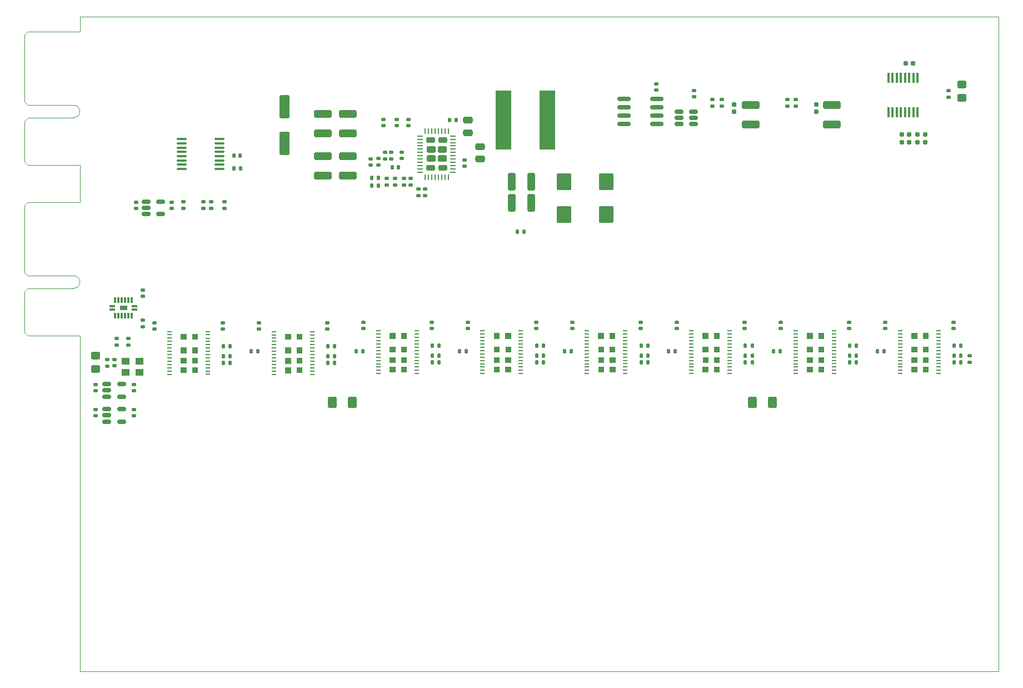
<source format=gbr>
%TF.GenerationSoftware,KiCad,Pcbnew,8.0.0*%
%TF.CreationDate,2024-03-29T21:32:46+01:00*%
%TF.ProjectId,EKO_Miner_BM1366,454b4f5f-4d69-46e6-9572-5f424d313336,rev?*%
%TF.SameCoordinates,Original*%
%TF.FileFunction,Paste,Top*%
%TF.FilePolarity,Positive*%
%FSLAX46Y46*%
G04 Gerber Fmt 4.6, Leading zero omitted, Abs format (unit mm)*
G04 Created by KiCad (PCBNEW 8.0.0) date 2024-03-29 21:32:46*
%MOMM*%
%LPD*%
G01*
G04 APERTURE LIST*
G04 Aperture macros list*
%AMRoundRect*
0 Rectangle with rounded corners*
0 $1 Rounding radius*
0 $2 $3 $4 $5 $6 $7 $8 $9 X,Y pos of 4 corners*
0 Add a 4 corners polygon primitive as box body*
4,1,4,$2,$3,$4,$5,$6,$7,$8,$9,$2,$3,0*
0 Add four circle primitives for the rounded corners*
1,1,$1+$1,$2,$3*
1,1,$1+$1,$4,$5*
1,1,$1+$1,$6,$7*
1,1,$1+$1,$8,$9*
0 Add four rect primitives between the rounded corners*
20,1,$1+$1,$2,$3,$4,$5,0*
20,1,$1+$1,$4,$5,$6,$7,0*
20,1,$1+$1,$6,$7,$8,$9,0*
20,1,$1+$1,$8,$9,$2,$3,0*%
G04 Aperture macros list end*
%ADD10C,0.001000*%
%ADD11C,0.010000*%
%ADD12RoundRect,0.250000X1.100000X-0.325000X1.100000X0.325000X-1.100000X0.325000X-1.100000X-0.325000X0*%
%ADD13RoundRect,0.100000X-0.637500X-0.100000X0.637500X-0.100000X0.637500X0.100000X-0.637500X0.100000X0*%
%ADD14RoundRect,0.135000X-0.135000X-0.185000X0.135000X-0.185000X0.135000X0.185000X-0.135000X0.185000X0*%
%ADD15RoundRect,0.250000X0.475000X-0.250000X0.475000X0.250000X-0.475000X0.250000X-0.475000X-0.250000X0*%
%ADD16RoundRect,0.135000X-0.185000X0.135000X-0.185000X-0.135000X0.185000X-0.135000X0.185000X0.135000X0*%
%ADD17RoundRect,0.140000X-0.170000X0.140000X-0.170000X-0.140000X0.170000X-0.140000X0.170000X0.140000X0*%
%ADD18RoundRect,0.140000X0.170000X-0.140000X0.170000X0.140000X-0.170000X0.140000X-0.170000X-0.140000X0*%
%ADD19RoundRect,0.150000X-0.512500X-0.150000X0.512500X-0.150000X0.512500X0.150000X-0.512500X0.150000X0*%
%ADD20RoundRect,0.135000X0.185000X-0.135000X0.185000X0.135000X-0.185000X0.135000X-0.185000X-0.135000X0*%
%ADD21RoundRect,0.140000X0.140000X0.170000X-0.140000X0.170000X-0.140000X-0.170000X0.140000X-0.170000X0*%
%ADD22RoundRect,0.135000X0.135000X0.185000X-0.135000X0.185000X-0.135000X-0.185000X0.135000X-0.185000X0*%
%ADD23R,0.792000X0.221000*%
%ADD24RoundRect,0.155000X0.212500X0.155000X-0.212500X0.155000X-0.212500X-0.155000X0.212500X-0.155000X0*%
%ADD25RoundRect,0.150000X-0.825000X-0.150000X0.825000X-0.150000X0.825000X0.150000X-0.825000X0.150000X0*%
%ADD26RoundRect,0.250000X0.450000X-0.325000X0.450000X0.325000X-0.450000X0.325000X-0.450000X-0.325000X0*%
%ADD27RoundRect,0.140000X-0.140000X-0.170000X0.140000X-0.170000X0.140000X0.170000X-0.140000X0.170000X0*%
%ADD28RoundRect,0.250000X-1.100000X0.325000X-1.100000X-0.325000X1.100000X-0.325000X1.100000X0.325000X0*%
%ADD29R,0.410000X1.600000*%
%ADD30RoundRect,0.155000X-0.212500X-0.155000X0.212500X-0.155000X0.212500X0.155000X-0.212500X0.155000X0*%
%ADD31RoundRect,0.250000X-0.875000X-1.025000X0.875000X-1.025000X0.875000X1.025000X-0.875000X1.025000X0*%
%ADD32R,2.380000X9.000000*%
%ADD33RoundRect,0.250000X0.550000X-1.500000X0.550000X1.500000X-0.550000X1.500000X-0.550000X-1.500000X0*%
%ADD34RoundRect,0.155000X-0.155000X0.212500X-0.155000X-0.212500X0.155000X-0.212500X0.155000X0.212500X0*%
%ADD35RoundRect,0.250000X0.325000X1.100000X-0.325000X1.100000X-0.325000X-1.100000X0.325000X-1.100000X0*%
%ADD36R,1.300000X1.100000*%
%ADD37RoundRect,0.250000X-0.400000X-0.625000X0.400000X-0.625000X0.400000X0.625000X-0.400000X0.625000X0*%
%ADD38RoundRect,0.220588X0.429412X0.229412X-0.429412X0.229412X-0.429412X-0.229412X0.429412X-0.229412X0*%
%ADD39RoundRect,0.232843X0.467157X0.242157X-0.467157X0.242157X-0.467157X-0.242157X0.467157X-0.242157X0*%
%ADD40RoundRect,0.062500X0.337500X0.062500X-0.337500X0.062500X-0.337500X-0.062500X0.337500X-0.062500X0*%
%ADD41RoundRect,0.062500X0.062500X0.337500X-0.062500X0.337500X-0.062500X-0.337500X0.062500X-0.337500X0*%
%ADD42RoundRect,0.028600X-0.401400X0.101400X-0.401400X-0.101400X0.401400X-0.101400X0.401400X0.101400X0*%
%ADD43RoundRect,0.007800X-0.122200X0.422200X-0.122200X-0.422200X0.122200X-0.422200X0.122200X0.422200X0*%
%TA.AperFunction,Profile*%
%ADD44C,0.100000*%
%TD*%
G04 APERTURE END LIST*
%TO.C,U14*%
D10*
X185540000Y-73487000D02*
X186370000Y-73487000D01*
X186370000Y-74277000D01*
X185540000Y-74277000D01*
X185540000Y-73487000D01*
G36*
X185540000Y-73487000D02*
G01*
X186370000Y-73487000D01*
X186370000Y-74277000D01*
X185540000Y-74277000D01*
X185540000Y-73487000D01*
G37*
X185550000Y-75567000D02*
X186370000Y-75567000D01*
X186370000Y-76357000D01*
X185550000Y-76357000D01*
X185550000Y-75567000D01*
G36*
X185550000Y-75567000D02*
G01*
X186370000Y-75567000D01*
X186370000Y-76357000D01*
X185550000Y-76357000D01*
X185550000Y-75567000D01*
G37*
X185550000Y-78597000D02*
X186365000Y-78597000D01*
X186365000Y-79387000D01*
X185550000Y-79387000D01*
X185550000Y-78597000D01*
G36*
X185550000Y-78597000D02*
G01*
X186365000Y-78597000D01*
X186365000Y-79387000D01*
X185550000Y-79387000D01*
X185550000Y-78597000D01*
G37*
X185555000Y-77157000D02*
X186365000Y-77157000D01*
X186365000Y-77947000D01*
X185555000Y-77947000D01*
X185555000Y-77157000D01*
G36*
X185555000Y-77157000D02*
G01*
X186365000Y-77157000D01*
X186365000Y-77947000D01*
X185555000Y-77947000D01*
X185555000Y-77157000D01*
G37*
X187300000Y-73482000D02*
X188080000Y-73482000D01*
X188080000Y-74272000D01*
X187300000Y-74272000D01*
X187300000Y-73482000D01*
G36*
X187300000Y-73482000D02*
G01*
X188080000Y-73482000D01*
X188080000Y-74272000D01*
X187300000Y-74272000D01*
X187300000Y-73482000D01*
G37*
X187300000Y-77152000D02*
X188090000Y-77152000D01*
X188090000Y-77942000D01*
X187300000Y-77942000D01*
X187300000Y-77152000D01*
G36*
X187300000Y-77152000D02*
G01*
X188090000Y-77152000D01*
X188090000Y-77942000D01*
X187300000Y-77942000D01*
X187300000Y-77152000D01*
G37*
X187300000Y-78592000D02*
X188090000Y-78592000D01*
X188090000Y-79382000D01*
X187300000Y-79382000D01*
X187300000Y-78592000D01*
G36*
X187300000Y-78592000D02*
G01*
X188090000Y-78592000D01*
X188090000Y-79382000D01*
X187300000Y-79382000D01*
X187300000Y-78592000D01*
G37*
X187310000Y-75562000D02*
X188080000Y-75562000D01*
X188080000Y-76352000D01*
X187310000Y-76352000D01*
X187310000Y-75562000D01*
G36*
X187310000Y-75562000D02*
G01*
X188080000Y-75562000D01*
X188080000Y-76352000D01*
X187310000Y-76352000D01*
X187310000Y-75562000D01*
G37*
%TO.C,U15*%
X169635143Y-73487000D02*
X170465143Y-73487000D01*
X170465143Y-74277000D01*
X169635143Y-74277000D01*
X169635143Y-73487000D01*
G36*
X169635143Y-73487000D02*
G01*
X170465143Y-73487000D01*
X170465143Y-74277000D01*
X169635143Y-74277000D01*
X169635143Y-73487000D01*
G37*
X169645143Y-75567000D02*
X170465143Y-75567000D01*
X170465143Y-76357000D01*
X169645143Y-76357000D01*
X169645143Y-75567000D01*
G36*
X169645143Y-75567000D02*
G01*
X170465143Y-75567000D01*
X170465143Y-76357000D01*
X169645143Y-76357000D01*
X169645143Y-75567000D01*
G37*
X169645143Y-78597000D02*
X170460143Y-78597000D01*
X170460143Y-79387000D01*
X169645143Y-79387000D01*
X169645143Y-78597000D01*
G36*
X169645143Y-78597000D02*
G01*
X170460143Y-78597000D01*
X170460143Y-79387000D01*
X169645143Y-79387000D01*
X169645143Y-78597000D01*
G37*
X169650143Y-77157000D02*
X170460143Y-77157000D01*
X170460143Y-77947000D01*
X169650143Y-77947000D01*
X169650143Y-77157000D01*
G36*
X169650143Y-77157000D02*
G01*
X170460143Y-77157000D01*
X170460143Y-77947000D01*
X169650143Y-77947000D01*
X169650143Y-77157000D01*
G37*
X171395143Y-73482000D02*
X172175143Y-73482000D01*
X172175143Y-74272000D01*
X171395143Y-74272000D01*
X171395143Y-73482000D01*
G36*
X171395143Y-73482000D02*
G01*
X172175143Y-73482000D01*
X172175143Y-74272000D01*
X171395143Y-74272000D01*
X171395143Y-73482000D01*
G37*
X171395143Y-77152000D02*
X172185143Y-77152000D01*
X172185143Y-77942000D01*
X171395143Y-77942000D01*
X171395143Y-77152000D01*
G36*
X171395143Y-77152000D02*
G01*
X172185143Y-77152000D01*
X172185143Y-77942000D01*
X171395143Y-77942000D01*
X171395143Y-77152000D01*
G37*
X171395143Y-78592000D02*
X172185143Y-78592000D01*
X172185143Y-79382000D01*
X171395143Y-79382000D01*
X171395143Y-78592000D01*
G36*
X171395143Y-78592000D02*
G01*
X172185143Y-78592000D01*
X172185143Y-79382000D01*
X171395143Y-79382000D01*
X171395143Y-78592000D01*
G37*
X171405143Y-75562000D02*
X172175143Y-75562000D01*
X172175143Y-76352000D01*
X171405143Y-76352000D01*
X171405143Y-75562000D01*
G36*
X171405143Y-75562000D02*
G01*
X172175143Y-75562000D01*
X172175143Y-76352000D01*
X171405143Y-76352000D01*
X171405143Y-75562000D01*
G37*
%TO.C,U12*%
X121920572Y-73487000D02*
X122750572Y-73487000D01*
X122750572Y-74277000D01*
X121920572Y-74277000D01*
X121920572Y-73487000D01*
G36*
X121920572Y-73487000D02*
G01*
X122750572Y-73487000D01*
X122750572Y-74277000D01*
X121920572Y-74277000D01*
X121920572Y-73487000D01*
G37*
X121930572Y-75567000D02*
X122750572Y-75567000D01*
X122750572Y-76357000D01*
X121930572Y-76357000D01*
X121930572Y-75567000D01*
G36*
X121930572Y-75567000D02*
G01*
X122750572Y-75567000D01*
X122750572Y-76357000D01*
X121930572Y-76357000D01*
X121930572Y-75567000D01*
G37*
X121930572Y-78597000D02*
X122745572Y-78597000D01*
X122745572Y-79387000D01*
X121930572Y-79387000D01*
X121930572Y-78597000D01*
G36*
X121930572Y-78597000D02*
G01*
X122745572Y-78597000D01*
X122745572Y-79387000D01*
X121930572Y-79387000D01*
X121930572Y-78597000D01*
G37*
X121935572Y-77157000D02*
X122745572Y-77157000D01*
X122745572Y-77947000D01*
X121935572Y-77947000D01*
X121935572Y-77157000D01*
G36*
X121935572Y-77157000D02*
G01*
X122745572Y-77157000D01*
X122745572Y-77947000D01*
X121935572Y-77947000D01*
X121935572Y-77157000D01*
G37*
X123680572Y-73482000D02*
X124460572Y-73482000D01*
X124460572Y-74272000D01*
X123680572Y-74272000D01*
X123680572Y-73482000D01*
G36*
X123680572Y-73482000D02*
G01*
X124460572Y-73482000D01*
X124460572Y-74272000D01*
X123680572Y-74272000D01*
X123680572Y-73482000D01*
G37*
X123680572Y-77152000D02*
X124470572Y-77152000D01*
X124470572Y-77942000D01*
X123680572Y-77942000D01*
X123680572Y-77152000D01*
G36*
X123680572Y-77152000D02*
G01*
X124470572Y-77152000D01*
X124470572Y-77942000D01*
X123680572Y-77942000D01*
X123680572Y-77152000D01*
G37*
X123680572Y-78592000D02*
X124470572Y-78592000D01*
X124470572Y-79382000D01*
X123680572Y-79382000D01*
X123680572Y-78592000D01*
G36*
X123680572Y-78592000D02*
G01*
X124470572Y-78592000D01*
X124470572Y-79382000D01*
X123680572Y-79382000D01*
X123680572Y-78592000D01*
G37*
X123690572Y-75562000D02*
X124460572Y-75562000D01*
X124460572Y-76352000D01*
X123690572Y-76352000D01*
X123690572Y-75562000D01*
G36*
X123690572Y-75562000D02*
G01*
X124460572Y-75562000D01*
X124460572Y-76352000D01*
X123690572Y-76352000D01*
X123690572Y-75562000D01*
G37*
%TO.C,U11*%
X137825429Y-73487000D02*
X138655429Y-73487000D01*
X138655429Y-74277000D01*
X137825429Y-74277000D01*
X137825429Y-73487000D01*
G36*
X137825429Y-73487000D02*
G01*
X138655429Y-73487000D01*
X138655429Y-74277000D01*
X137825429Y-74277000D01*
X137825429Y-73487000D01*
G37*
X137835429Y-75567000D02*
X138655429Y-75567000D01*
X138655429Y-76357000D01*
X137835429Y-76357000D01*
X137835429Y-75567000D01*
G36*
X137835429Y-75567000D02*
G01*
X138655429Y-75567000D01*
X138655429Y-76357000D01*
X137835429Y-76357000D01*
X137835429Y-75567000D01*
G37*
X137835429Y-78597000D02*
X138650429Y-78597000D01*
X138650429Y-79387000D01*
X137835429Y-79387000D01*
X137835429Y-78597000D01*
G36*
X137835429Y-78597000D02*
G01*
X138650429Y-78597000D01*
X138650429Y-79387000D01*
X137835429Y-79387000D01*
X137835429Y-78597000D01*
G37*
X137840429Y-77157000D02*
X138650429Y-77157000D01*
X138650429Y-77947000D01*
X137840429Y-77947000D01*
X137840429Y-77157000D01*
G36*
X137840429Y-77157000D02*
G01*
X138650429Y-77157000D01*
X138650429Y-77947000D01*
X137840429Y-77947000D01*
X137840429Y-77157000D01*
G37*
X139585429Y-73482000D02*
X140365429Y-73482000D01*
X140365429Y-74272000D01*
X139585429Y-74272000D01*
X139585429Y-73482000D01*
G36*
X139585429Y-73482000D02*
G01*
X140365429Y-73482000D01*
X140365429Y-74272000D01*
X139585429Y-74272000D01*
X139585429Y-73482000D01*
G37*
X139585429Y-77152000D02*
X140375429Y-77152000D01*
X140375429Y-77942000D01*
X139585429Y-77942000D01*
X139585429Y-77152000D01*
G36*
X139585429Y-77152000D02*
G01*
X140375429Y-77152000D01*
X140375429Y-77942000D01*
X139585429Y-77942000D01*
X139585429Y-77152000D01*
G37*
X139585429Y-78592000D02*
X140375429Y-78592000D01*
X140375429Y-79382000D01*
X139585429Y-79382000D01*
X139585429Y-78592000D01*
G36*
X139585429Y-78592000D02*
G01*
X140375429Y-78592000D01*
X140375429Y-79382000D01*
X139585429Y-79382000D01*
X139585429Y-78592000D01*
G37*
X139595429Y-75562000D02*
X140365429Y-75562000D01*
X140365429Y-76352000D01*
X139595429Y-76352000D01*
X139595429Y-75562000D01*
G36*
X139595429Y-75562000D02*
G01*
X140365429Y-75562000D01*
X140365429Y-76352000D01*
X139595429Y-76352000D01*
X139595429Y-75562000D01*
G37*
%TO.C,U16*%
X201444858Y-73487000D02*
X202274858Y-73487000D01*
X202274858Y-74277000D01*
X201444858Y-74277000D01*
X201444858Y-73487000D01*
G36*
X201444858Y-73487000D02*
G01*
X202274858Y-73487000D01*
X202274858Y-74277000D01*
X201444858Y-74277000D01*
X201444858Y-73487000D01*
G37*
X201454858Y-75567000D02*
X202274858Y-75567000D01*
X202274858Y-76357000D01*
X201454858Y-76357000D01*
X201454858Y-75567000D01*
G36*
X201454858Y-75567000D02*
G01*
X202274858Y-75567000D01*
X202274858Y-76357000D01*
X201454858Y-76357000D01*
X201454858Y-75567000D01*
G37*
X201454858Y-78597000D02*
X202269858Y-78597000D01*
X202269858Y-79387000D01*
X201454858Y-79387000D01*
X201454858Y-78597000D01*
G36*
X201454858Y-78597000D02*
G01*
X202269858Y-78597000D01*
X202269858Y-79387000D01*
X201454858Y-79387000D01*
X201454858Y-78597000D01*
G37*
X201459858Y-77157000D02*
X202269858Y-77157000D01*
X202269858Y-77947000D01*
X201459858Y-77947000D01*
X201459858Y-77157000D01*
G36*
X201459858Y-77157000D02*
G01*
X202269858Y-77157000D01*
X202269858Y-77947000D01*
X201459858Y-77947000D01*
X201459858Y-77157000D01*
G37*
X203204858Y-73482000D02*
X203984858Y-73482000D01*
X203984858Y-74272000D01*
X203204858Y-74272000D01*
X203204858Y-73482000D01*
G36*
X203204858Y-73482000D02*
G01*
X203984858Y-73482000D01*
X203984858Y-74272000D01*
X203204858Y-74272000D01*
X203204858Y-73482000D01*
G37*
X203204858Y-77152000D02*
X203994858Y-77152000D01*
X203994858Y-77942000D01*
X203204858Y-77942000D01*
X203204858Y-77152000D01*
G36*
X203204858Y-77152000D02*
G01*
X203994858Y-77152000D01*
X203994858Y-77942000D01*
X203204858Y-77942000D01*
X203204858Y-77152000D01*
G37*
X203204858Y-78592000D02*
X203994858Y-78592000D01*
X203994858Y-79382000D01*
X203204858Y-79382000D01*
X203204858Y-78592000D01*
G36*
X203204858Y-78592000D02*
G01*
X203994858Y-78592000D01*
X203994858Y-79382000D01*
X203204858Y-79382000D01*
X203204858Y-78592000D01*
G37*
X203214858Y-75562000D02*
X203984858Y-75562000D01*
X203984858Y-76352000D01*
X203214858Y-76352000D01*
X203214858Y-75562000D01*
G36*
X203214858Y-75562000D02*
G01*
X203984858Y-75562000D01*
X203984858Y-76352000D01*
X203214858Y-76352000D01*
X203214858Y-75562000D01*
G37*
%TO.C,U13*%
X153730286Y-73487000D02*
X154560286Y-73487000D01*
X154560286Y-74277000D01*
X153730286Y-74277000D01*
X153730286Y-73487000D01*
G36*
X153730286Y-73487000D02*
G01*
X154560286Y-73487000D01*
X154560286Y-74277000D01*
X153730286Y-74277000D01*
X153730286Y-73487000D01*
G37*
X153740286Y-75567000D02*
X154560286Y-75567000D01*
X154560286Y-76357000D01*
X153740286Y-76357000D01*
X153740286Y-75567000D01*
G36*
X153740286Y-75567000D02*
G01*
X154560286Y-75567000D01*
X154560286Y-76357000D01*
X153740286Y-76357000D01*
X153740286Y-75567000D01*
G37*
X153740286Y-78597000D02*
X154555286Y-78597000D01*
X154555286Y-79387000D01*
X153740286Y-79387000D01*
X153740286Y-78597000D01*
G36*
X153740286Y-78597000D02*
G01*
X154555286Y-78597000D01*
X154555286Y-79387000D01*
X153740286Y-79387000D01*
X153740286Y-78597000D01*
G37*
X153745286Y-77157000D02*
X154555286Y-77157000D01*
X154555286Y-77947000D01*
X153745286Y-77947000D01*
X153745286Y-77157000D01*
G36*
X153745286Y-77157000D02*
G01*
X154555286Y-77157000D01*
X154555286Y-77947000D01*
X153745286Y-77947000D01*
X153745286Y-77157000D01*
G37*
X155490286Y-73482000D02*
X156270286Y-73482000D01*
X156270286Y-74272000D01*
X155490286Y-74272000D01*
X155490286Y-73482000D01*
G36*
X155490286Y-73482000D02*
G01*
X156270286Y-73482000D01*
X156270286Y-74272000D01*
X155490286Y-74272000D01*
X155490286Y-73482000D01*
G37*
X155490286Y-77152000D02*
X156280286Y-77152000D01*
X156280286Y-77942000D01*
X155490286Y-77942000D01*
X155490286Y-77152000D01*
G36*
X155490286Y-77152000D02*
G01*
X156280286Y-77152000D01*
X156280286Y-77942000D01*
X155490286Y-77942000D01*
X155490286Y-77152000D01*
G37*
X155490286Y-78592000D02*
X156280286Y-78592000D01*
X156280286Y-79382000D01*
X155490286Y-79382000D01*
X155490286Y-78592000D01*
G36*
X155490286Y-78592000D02*
G01*
X156280286Y-78592000D01*
X156280286Y-79382000D01*
X155490286Y-79382000D01*
X155490286Y-78592000D01*
G37*
X155500286Y-75562000D02*
X156270286Y-75562000D01*
X156270286Y-76352000D01*
X155500286Y-76352000D01*
X155500286Y-75562000D01*
G36*
X155500286Y-75562000D02*
G01*
X156270286Y-75562000D01*
X156270286Y-76352000D01*
X155500286Y-76352000D01*
X155500286Y-75562000D01*
G37*
%TO.C,U9*%
X90110858Y-73595000D02*
X90940858Y-73595000D01*
X90940858Y-74385000D01*
X90110858Y-74385000D01*
X90110858Y-73595000D01*
G36*
X90110858Y-73595000D02*
G01*
X90940858Y-73595000D01*
X90940858Y-74385000D01*
X90110858Y-74385000D01*
X90110858Y-73595000D01*
G37*
X90120858Y-75675000D02*
X90940858Y-75675000D01*
X90940858Y-76465000D01*
X90120858Y-76465000D01*
X90120858Y-75675000D01*
G36*
X90120858Y-75675000D02*
G01*
X90940858Y-75675000D01*
X90940858Y-76465000D01*
X90120858Y-76465000D01*
X90120858Y-75675000D01*
G37*
X90120858Y-78705000D02*
X90935858Y-78705000D01*
X90935858Y-79495000D01*
X90120858Y-79495000D01*
X90120858Y-78705000D01*
G36*
X90120858Y-78705000D02*
G01*
X90935858Y-78705000D01*
X90935858Y-79495000D01*
X90120858Y-79495000D01*
X90120858Y-78705000D01*
G37*
X90125858Y-77265000D02*
X90935858Y-77265000D01*
X90935858Y-78055000D01*
X90125858Y-78055000D01*
X90125858Y-77265000D01*
G36*
X90125858Y-77265000D02*
G01*
X90935858Y-77265000D01*
X90935858Y-78055000D01*
X90125858Y-78055000D01*
X90125858Y-77265000D01*
G37*
X91870858Y-73590000D02*
X92650858Y-73590000D01*
X92650858Y-74380000D01*
X91870858Y-74380000D01*
X91870858Y-73590000D01*
G36*
X91870858Y-73590000D02*
G01*
X92650858Y-73590000D01*
X92650858Y-74380000D01*
X91870858Y-74380000D01*
X91870858Y-73590000D01*
G37*
X91870858Y-77260000D02*
X92660858Y-77260000D01*
X92660858Y-78050000D01*
X91870858Y-78050000D01*
X91870858Y-77260000D01*
G36*
X91870858Y-77260000D02*
G01*
X92660858Y-77260000D01*
X92660858Y-78050000D01*
X91870858Y-78050000D01*
X91870858Y-77260000D01*
G37*
X91870858Y-78700000D02*
X92660858Y-78700000D01*
X92660858Y-79490000D01*
X91870858Y-79490000D01*
X91870858Y-78700000D01*
G36*
X91870858Y-78700000D02*
G01*
X92660858Y-78700000D01*
X92660858Y-79490000D01*
X91870858Y-79490000D01*
X91870858Y-78700000D01*
G37*
X91880858Y-75670000D02*
X92650858Y-75670000D01*
X92650858Y-76460000D01*
X91880858Y-76460000D01*
X91880858Y-75670000D01*
G36*
X91880858Y-75670000D02*
G01*
X92650858Y-75670000D01*
X92650858Y-76460000D01*
X91880858Y-76460000D01*
X91880858Y-75670000D01*
G37*
%TO.C,U10*%
X106015715Y-73600000D02*
X106845715Y-73600000D01*
X106845715Y-74390000D01*
X106015715Y-74390000D01*
X106015715Y-73600000D01*
G36*
X106015715Y-73600000D02*
G01*
X106845715Y-73600000D01*
X106845715Y-74390000D01*
X106015715Y-74390000D01*
X106015715Y-73600000D01*
G37*
X106025715Y-75680000D02*
X106845715Y-75680000D01*
X106845715Y-76470000D01*
X106025715Y-76470000D01*
X106025715Y-75680000D01*
G36*
X106025715Y-75680000D02*
G01*
X106845715Y-75680000D01*
X106845715Y-76470000D01*
X106025715Y-76470000D01*
X106025715Y-75680000D01*
G37*
X106025715Y-78710000D02*
X106840715Y-78710000D01*
X106840715Y-79500000D01*
X106025715Y-79500000D01*
X106025715Y-78710000D01*
G36*
X106025715Y-78710000D02*
G01*
X106840715Y-78710000D01*
X106840715Y-79500000D01*
X106025715Y-79500000D01*
X106025715Y-78710000D01*
G37*
X106030715Y-77270000D02*
X106840715Y-77270000D01*
X106840715Y-78060000D01*
X106030715Y-78060000D01*
X106030715Y-77270000D01*
G36*
X106030715Y-77270000D02*
G01*
X106840715Y-77270000D01*
X106840715Y-78060000D01*
X106030715Y-78060000D01*
X106030715Y-77270000D01*
G37*
X107775715Y-73595000D02*
X108555715Y-73595000D01*
X108555715Y-74385000D01*
X107775715Y-74385000D01*
X107775715Y-73595000D01*
G36*
X107775715Y-73595000D02*
G01*
X108555715Y-73595000D01*
X108555715Y-74385000D01*
X107775715Y-74385000D01*
X107775715Y-73595000D01*
G37*
X107775715Y-77265000D02*
X108565715Y-77265000D01*
X108565715Y-78055000D01*
X107775715Y-78055000D01*
X107775715Y-77265000D01*
G36*
X107775715Y-77265000D02*
G01*
X108565715Y-77265000D01*
X108565715Y-78055000D01*
X107775715Y-78055000D01*
X107775715Y-77265000D01*
G37*
X107775715Y-78705000D02*
X108565715Y-78705000D01*
X108565715Y-79495000D01*
X107775715Y-79495000D01*
X107775715Y-78705000D01*
G36*
X107775715Y-78705000D02*
G01*
X108565715Y-78705000D01*
X108565715Y-79495000D01*
X107775715Y-79495000D01*
X107775715Y-78705000D01*
G37*
X107785715Y-75675000D02*
X108555715Y-75675000D01*
X108555715Y-76465000D01*
X107785715Y-76465000D01*
X107785715Y-75675000D01*
G36*
X107785715Y-75675000D02*
G01*
X108555715Y-75675000D01*
X108555715Y-76465000D01*
X107785715Y-76465000D01*
X107785715Y-75675000D01*
G37*
D11*
%TO.C,U4*%
X81930000Y-69930000D02*
X80870000Y-69930000D01*
X80870000Y-69300000D01*
X81930000Y-69300000D01*
X81930000Y-69930000D01*
G36*
X81930000Y-69930000D02*
G01*
X80870000Y-69930000D01*
X80870000Y-69300000D01*
X81930000Y-69300000D01*
X81930000Y-69930000D01*
G37*
%TD*%
D12*
%TO.C,C10*%
X111750000Y-43075000D03*
X111750000Y-40125000D03*
%TD*%
D13*
%TO.C,U3*%
X90312500Y-43925000D03*
X90312500Y-44575000D03*
X90312500Y-45225000D03*
X90312500Y-45875000D03*
X90312500Y-46525000D03*
X90312500Y-47175000D03*
X90312500Y-47825000D03*
X90312500Y-48475000D03*
X96037500Y-48475000D03*
X96037500Y-47825000D03*
X96037500Y-47175000D03*
X96037500Y-46525000D03*
X96037500Y-45875000D03*
X96037500Y-45225000D03*
X96037500Y-44575000D03*
X96037500Y-43925000D03*
%TD*%
D14*
%TO.C,R46*%
X176164285Y-75392000D03*
X177184285Y-75392000D03*
%TD*%
%TO.C,R37*%
X160259428Y-77892000D03*
X161279428Y-77892000D03*
%TD*%
D15*
%TO.C,C15*%
X135750000Y-46950000D03*
X135750000Y-45050000D03*
%TD*%
D16*
%TO.C,R62*%
X171150000Y-37890000D03*
X171150000Y-38910000D03*
%TD*%
D17*
%TO.C,C147*%
X102054857Y-71925000D03*
X102054857Y-72885000D03*
%TD*%
D18*
%TO.C,C146*%
X112454857Y-72885000D03*
X112454857Y-71925000D03*
%TD*%
D14*
%TO.C,R38*%
X144354571Y-75392000D03*
X145374571Y-75392000D03*
%TD*%
%TO.C,R39*%
X144354571Y-77892000D03*
X145374571Y-77892000D03*
%TD*%
%TO.C,R30*%
X128449714Y-75392000D03*
X129469714Y-75392000D03*
%TD*%
D17*
%TO.C,C28*%
X82950000Y-85120000D03*
X82950000Y-86080000D03*
%TD*%
D14*
%TO.C,R40*%
X160259428Y-75392000D03*
X161279428Y-75392000D03*
%TD*%
D19*
%TO.C,U1*%
X84812500Y-53450000D03*
X84812500Y-54400000D03*
X84812500Y-55350000D03*
X87087500Y-55350000D03*
X87087500Y-53450000D03*
%TD*%
D20*
%TO.C,R9*%
X122750000Y-50910000D03*
X122750000Y-49890000D03*
%TD*%
D14*
%TO.C,R59*%
X192069142Y-75392000D03*
X193089142Y-75392000D03*
%TD*%
D21*
%TO.C,C17*%
X123305000Y-48200000D03*
X122345000Y-48200000D03*
%TD*%
D20*
%TO.C,R8*%
X93550000Y-54510000D03*
X93550000Y-53490000D03*
%TD*%
D14*
%TO.C,R27*%
X96640000Y-77000000D03*
X97660000Y-77000000D03*
%TD*%
D18*
%TO.C,C144*%
X96550000Y-72880000D03*
X96550000Y-71920000D03*
%TD*%
D19*
%TO.C,U6*%
X78812500Y-81250000D03*
X78812500Y-82200000D03*
X78812500Y-83150000D03*
X81087500Y-83150000D03*
X81087500Y-81250000D03*
%TD*%
D14*
%TO.C,R29*%
X112544857Y-78005000D03*
X113564857Y-78005000D03*
%TD*%
D17*
%TO.C,C59*%
X197484000Y-71812000D03*
X197484000Y-72772000D03*
%TD*%
D22*
%TO.C,R47*%
X181460000Y-76200000D03*
X180440000Y-76200000D03*
%TD*%
D19*
%TO.C,U7*%
X78812500Y-85050000D03*
X78812500Y-86000000D03*
X78812500Y-86950000D03*
X81087500Y-86950000D03*
X81087500Y-85050000D03*
%TD*%
D22*
%TO.C,R1*%
X142460000Y-58000000D03*
X141440000Y-58000000D03*
%TD*%
D23*
%TO.C,U14*%
X183834000Y-73129000D03*
X183834000Y-73631000D03*
X183834000Y-74133000D03*
X183834000Y-74635000D03*
X183834000Y-75137000D03*
X183834000Y-75639000D03*
X183834000Y-76141000D03*
X183834000Y-76643000D03*
X183834000Y-77145000D03*
X183834000Y-77647000D03*
X183834000Y-78149000D03*
X183834000Y-78651000D03*
X183834000Y-79153000D03*
X183834000Y-79655000D03*
X189666000Y-79642000D03*
X189666000Y-79142000D03*
X189666000Y-78642000D03*
X189666000Y-78142000D03*
X189666000Y-77642000D03*
X189666000Y-77145000D03*
X189666000Y-76642000D03*
X189666000Y-76141000D03*
X189666000Y-75639000D03*
X189666000Y-75137000D03*
X189666000Y-74635000D03*
X189666000Y-74142000D03*
X189666000Y-73631000D03*
X189666000Y-73142000D03*
%TD*%
D14*
%TO.C,R44*%
X160259428Y-76892000D03*
X161279428Y-76892000D03*
%TD*%
D24*
%TO.C,R61*%
X203517500Y-43200000D03*
X202382500Y-43200000D03*
%TD*%
D14*
%TO.C,R16*%
X119240000Y-49800000D03*
X120260000Y-49800000D03*
%TD*%
D18*
%TO.C,C3*%
X168350000Y-37480000D03*
X168350000Y-36520000D03*
%TD*%
D25*
%TO.C,U2*%
X157675000Y-37795000D03*
X157675000Y-39065000D03*
X157675000Y-40335000D03*
X157675000Y-41605000D03*
X162625000Y-41605000D03*
X162625000Y-40335000D03*
X162625000Y-39065000D03*
X162625000Y-37795000D03*
%TD*%
D22*
%TO.C,R51*%
X197260000Y-76200000D03*
X196240000Y-76200000D03*
%TD*%
D20*
%TO.C,R2*%
X94750000Y-54510000D03*
X94750000Y-53490000D03*
%TD*%
D24*
%TO.C,R68*%
X201117500Y-43200000D03*
X199982500Y-43200000D03*
%TD*%
D18*
%TO.C,C1*%
X84350000Y-67880000D03*
X84350000Y-66920000D03*
%TD*%
%TO.C,C63*%
X191979142Y-72772000D03*
X191979142Y-71812000D03*
%TD*%
D22*
%TO.C,R5*%
X132135000Y-41000000D03*
X131115000Y-41000000D03*
%TD*%
D14*
%TO.C,R25*%
X96640000Y-75500000D03*
X97660000Y-75500000D03*
%TD*%
D26*
%TO.C,D2*%
X77150000Y-78980000D03*
X77150000Y-76930000D03*
%TD*%
D22*
%TO.C,R50*%
X165460000Y-76200000D03*
X164440000Y-76200000D03*
%TD*%
D27*
%TO.C,C6*%
X98270000Y-48400000D03*
X99230000Y-48400000D03*
%TD*%
D18*
%TO.C,C20*%
X123825000Y-46880000D03*
X123825000Y-45920000D03*
%TD*%
D28*
%TO.C,C49*%
X189350000Y-38725000D03*
X189350000Y-41675000D03*
%TD*%
D17*
%TO.C,C2*%
X84350000Y-71520000D03*
X84350000Y-72480000D03*
%TD*%
D23*
%TO.C,U15*%
X167929143Y-73129000D03*
X167929143Y-73631000D03*
X167929143Y-74133000D03*
X167929143Y-74635000D03*
X167929143Y-75137000D03*
X167929143Y-75639000D03*
X167929143Y-76141000D03*
X167929143Y-76643000D03*
X167929143Y-77145000D03*
X167929143Y-77647000D03*
X167929143Y-78149000D03*
X167929143Y-78651000D03*
X167929143Y-79153000D03*
X167929143Y-79655000D03*
X173761143Y-79642000D03*
X173761143Y-79142000D03*
X173761143Y-78642000D03*
X173761143Y-78142000D03*
X173761143Y-77642000D03*
X173761143Y-77145000D03*
X173761143Y-76642000D03*
X173761143Y-76141000D03*
X173761143Y-75639000D03*
X173761143Y-75137000D03*
X173761143Y-74635000D03*
X173761143Y-74142000D03*
X173761143Y-73631000D03*
X173761143Y-73142000D03*
%TD*%
D17*
%TO.C,C26*%
X82950000Y-81320000D03*
X82950000Y-82280000D03*
%TD*%
D20*
%TO.C,R22*%
X90550000Y-54510000D03*
X90550000Y-53490000D03*
%TD*%
D16*
%TO.C,R24*%
X207150000Y-36490000D03*
X207150000Y-37510000D03*
%TD*%
D17*
%TO.C,C16*%
X119025000Y-46920000D03*
X119025000Y-47880000D03*
%TD*%
D15*
%TO.C,C18*%
X133875000Y-42950000D03*
X133875000Y-41050000D03*
%TD*%
D18*
%TO.C,C133*%
X128359714Y-72772000D03*
X128359714Y-71812000D03*
%TD*%
D16*
%TO.C,R32*%
X78950000Y-77490000D03*
X78950000Y-78510000D03*
%TD*%
D17*
%TO.C,C172*%
X86150000Y-71920000D03*
X86150000Y-72880000D03*
%TD*%
D20*
%TO.C,R13*%
X126350000Y-52510000D03*
X126350000Y-51490000D03*
%TD*%
D16*
%TO.C,R14*%
X120225000Y-46890000D03*
X120225000Y-47910000D03*
%TD*%
D20*
%TO.C,R15*%
X125150000Y-50910000D03*
X125150000Y-49890000D03*
%TD*%
D18*
%TO.C,C84*%
X176074285Y-72772000D03*
X176074285Y-71812000D03*
%TD*%
D17*
%TO.C,C25*%
X77150000Y-81320000D03*
X77150000Y-82280000D03*
%TD*%
D14*
%TO.C,R57*%
X207974000Y-75392000D03*
X208994000Y-75392000D03*
%TD*%
D16*
%TO.C,R65*%
X172550000Y-37890000D03*
X172550000Y-38910000D03*
%TD*%
%TO.C,R63*%
X182550000Y-37890000D03*
X182550000Y-38910000D03*
%TD*%
%TO.C,R19*%
X82150000Y-74290000D03*
X82150000Y-75310000D03*
%TD*%
D17*
%TO.C,C120*%
X149769428Y-71812000D03*
X149769428Y-72772000D03*
%TD*%
D14*
%TO.C,R26*%
X112544857Y-77005000D03*
X113564857Y-77005000D03*
%TD*%
D22*
%TO.C,R31*%
X133660000Y-76200000D03*
X132640000Y-76200000D03*
%TD*%
D17*
%TO.C,C27*%
X77150000Y-85120000D03*
X77150000Y-86080000D03*
%TD*%
D18*
%TO.C,C4*%
X162550000Y-36480000D03*
X162550000Y-35520000D03*
%TD*%
D17*
%TO.C,C175*%
X88750000Y-53520000D03*
X88750000Y-54480000D03*
%TD*%
D14*
%TO.C,R35*%
X128449714Y-77892000D03*
X129469714Y-77892000D03*
%TD*%
%TO.C,R55*%
X192069142Y-76892000D03*
X193089142Y-76892000D03*
%TD*%
D29*
%TO.C,U17*%
X197927500Y-39854300D03*
X198562500Y-39854300D03*
X199197500Y-39854300D03*
X199832500Y-39854300D03*
X200467500Y-39854300D03*
X201102500Y-39854300D03*
X201737500Y-39854300D03*
X202372500Y-39854300D03*
X202372500Y-34545700D03*
X201737500Y-34545700D03*
X201102500Y-34545700D03*
X200467500Y-34545700D03*
X199832500Y-34545700D03*
X199197500Y-34545700D03*
X198562500Y-34545700D03*
X197927500Y-34545700D03*
%TD*%
D26*
%TO.C,D1*%
X209150000Y-37625000D03*
X209150000Y-35575000D03*
%TD*%
D30*
%TO.C,C51*%
X200582500Y-32400000D03*
X201717500Y-32400000D03*
%TD*%
D31*
%TO.C,C177*%
X148550000Y-55400000D03*
X154950000Y-55400000D03*
%TD*%
D18*
%TO.C,C5*%
X124825000Y-41880000D03*
X124825000Y-40920000D03*
%TD*%
D32*
%TO.C,L1*%
X139300000Y-41000000D03*
X145950000Y-41000000D03*
%TD*%
D12*
%TO.C,C13*%
X115550000Y-43075000D03*
X115550000Y-40125000D03*
%TD*%
D16*
%TO.C,R12*%
X121225000Y-45890000D03*
X121225000Y-46910000D03*
%TD*%
D22*
%TO.C,R33*%
X117860000Y-76200000D03*
X116840000Y-76200000D03*
%TD*%
D16*
%TO.C,R11*%
X127350000Y-51490000D03*
X127350000Y-52510000D03*
%TD*%
D23*
%TO.C,U12*%
X120214572Y-73129000D03*
X120214572Y-73631000D03*
X120214572Y-74133000D03*
X120214572Y-74635000D03*
X120214572Y-75137000D03*
X120214572Y-75639000D03*
X120214572Y-76141000D03*
X120214572Y-76643000D03*
X120214572Y-77145000D03*
X120214572Y-77647000D03*
X120214572Y-78149000D03*
X120214572Y-78651000D03*
X120214572Y-79153000D03*
X120214572Y-79655000D03*
X126046572Y-79642000D03*
X126046572Y-79142000D03*
X126046572Y-78642000D03*
X126046572Y-78142000D03*
X126046572Y-77642000D03*
X126046572Y-77145000D03*
X126046572Y-76642000D03*
X126046572Y-76141000D03*
X126046572Y-75639000D03*
X126046572Y-75137000D03*
X126046572Y-74635000D03*
X126046572Y-74142000D03*
X126046572Y-73631000D03*
X126046572Y-73142000D03*
%TD*%
D27*
%TO.C,C174*%
X98195000Y-46450000D03*
X99155000Y-46450000D03*
%TD*%
D33*
%TO.C,C11*%
X105950000Y-44600000D03*
X105950000Y-39000000D03*
%TD*%
D34*
%TO.C,C47*%
X186950000Y-38632500D03*
X186950000Y-39767500D03*
%TD*%
D14*
%TO.C,R10*%
X119240000Y-51000000D03*
X120260000Y-51000000D03*
%TD*%
D23*
%TO.C,U11*%
X136119429Y-73129000D03*
X136119429Y-73631000D03*
X136119429Y-74133000D03*
X136119429Y-74635000D03*
X136119429Y-75137000D03*
X136119429Y-75639000D03*
X136119429Y-76141000D03*
X136119429Y-76643000D03*
X136119429Y-77145000D03*
X136119429Y-77647000D03*
X136119429Y-78149000D03*
X136119429Y-78651000D03*
X136119429Y-79153000D03*
X136119429Y-79655000D03*
X141951429Y-79642000D03*
X141951429Y-79142000D03*
X141951429Y-78642000D03*
X141951429Y-78142000D03*
X141951429Y-77642000D03*
X141951429Y-77145000D03*
X141951429Y-76642000D03*
X141951429Y-76141000D03*
X141951429Y-75639000D03*
X141951429Y-75137000D03*
X141951429Y-74635000D03*
X141951429Y-74142000D03*
X141951429Y-73631000D03*
X141951429Y-73142000D03*
%TD*%
%TO.C,U16*%
X199738858Y-73129000D03*
X199738858Y-73631000D03*
X199738858Y-74133000D03*
X199738858Y-74635000D03*
X199738858Y-75137000D03*
X199738858Y-75639000D03*
X199738858Y-76141000D03*
X199738858Y-76643000D03*
X199738858Y-77145000D03*
X199738858Y-77647000D03*
X199738858Y-78149000D03*
X199738858Y-78651000D03*
X199738858Y-79153000D03*
X199738858Y-79655000D03*
X205570858Y-79642000D03*
X205570858Y-79142000D03*
X205570858Y-78642000D03*
X205570858Y-78142000D03*
X205570858Y-77642000D03*
X205570858Y-77145000D03*
X205570858Y-76642000D03*
X205570858Y-76141000D03*
X205570858Y-75639000D03*
X205570858Y-75137000D03*
X205570858Y-74635000D03*
X205570858Y-74142000D03*
X205570858Y-73631000D03*
X205570858Y-73142000D03*
%TD*%
%TO.C,U13*%
X152024286Y-73129000D03*
X152024286Y-73631000D03*
X152024286Y-74133000D03*
X152024286Y-74635000D03*
X152024286Y-75137000D03*
X152024286Y-75639000D03*
X152024286Y-76141000D03*
X152024286Y-76643000D03*
X152024286Y-77145000D03*
X152024286Y-77647000D03*
X152024286Y-78149000D03*
X152024286Y-78651000D03*
X152024286Y-79153000D03*
X152024286Y-79655000D03*
X157856286Y-79642000D03*
X157856286Y-79142000D03*
X157856286Y-78642000D03*
X157856286Y-78142000D03*
X157856286Y-77642000D03*
X157856286Y-77145000D03*
X157856286Y-76642000D03*
X157856286Y-76141000D03*
X157856286Y-75639000D03*
X157856286Y-75137000D03*
X157856286Y-74635000D03*
X157856286Y-74142000D03*
X157856286Y-73631000D03*
X157856286Y-73142000D03*
%TD*%
D31*
%TO.C,C176*%
X148550000Y-50400000D03*
X154950000Y-50400000D03*
%TD*%
D28*
%TO.C,C12*%
X115550000Y-46525000D03*
X115550000Y-49475000D03*
%TD*%
D14*
%TO.C,R28*%
X112544857Y-75505000D03*
X113564857Y-75505000D03*
%TD*%
%TO.C,R48*%
X176164285Y-77892000D03*
X177184285Y-77892000D03*
%TD*%
%TO.C,R21*%
X96640000Y-78000000D03*
X97660000Y-78000000D03*
%TD*%
D17*
%TO.C,C137*%
X133864571Y-71812000D03*
X133864571Y-72772000D03*
%TD*%
D14*
%TO.C,R36*%
X144354571Y-76892000D03*
X145374571Y-76892000D03*
%TD*%
D34*
%TO.C,C53*%
X174450000Y-38632500D03*
X174450000Y-39767500D03*
%TD*%
D35*
%TO.C,C23*%
X143500000Y-53600000D03*
X140550000Y-53600000D03*
%TD*%
D30*
%TO.C,C48*%
X202382500Y-44400000D03*
X203517500Y-44400000D03*
%TD*%
D18*
%TO.C,C105*%
X144264571Y-72772000D03*
X144264571Y-71812000D03*
%TD*%
D20*
%TO.C,R6*%
X96750000Y-54510000D03*
X96750000Y-53490000D03*
%TD*%
D18*
%TO.C,C29*%
X80050000Y-78480000D03*
X80050000Y-77520000D03*
%TD*%
D36*
%TO.C,U8*%
X81700000Y-79425000D03*
X83800000Y-79425000D03*
X83800000Y-77775000D03*
X81700000Y-77775000D03*
%TD*%
D37*
%TO.C,TH1*%
X113200000Y-84000000D03*
X116300000Y-84000000D03*
%TD*%
D30*
%TO.C,C52*%
X199982500Y-44400000D03*
X201117500Y-44400000D03*
%TD*%
D18*
%TO.C,C8*%
X121025000Y-41880000D03*
X121025000Y-40920000D03*
%TD*%
D16*
%TO.C,R4*%
X121550000Y-49890000D03*
X121550000Y-50910000D03*
%TD*%
D14*
%TO.C,R53*%
X207974000Y-76892000D03*
X208994000Y-76892000D03*
%TD*%
D18*
%TO.C,C65*%
X207884000Y-72772000D03*
X207884000Y-71812000D03*
%TD*%
D23*
%TO.C,U9*%
X88404858Y-73237000D03*
X88404858Y-73739000D03*
X88404858Y-74241000D03*
X88404858Y-74743000D03*
X88404858Y-75245000D03*
X88404858Y-75747000D03*
X88404858Y-76249000D03*
X88404858Y-76751000D03*
X88404858Y-77253000D03*
X88404858Y-77755000D03*
X88404858Y-78257000D03*
X88404858Y-78759000D03*
X88404858Y-79261000D03*
X88404858Y-79763000D03*
X94236858Y-79750000D03*
X94236858Y-79250000D03*
X94236858Y-78750000D03*
X94236858Y-78250000D03*
X94236858Y-77750000D03*
X94236858Y-77253000D03*
X94236858Y-76750000D03*
X94236858Y-76249000D03*
X94236858Y-75747000D03*
X94236858Y-75245000D03*
X94236858Y-74743000D03*
X94236858Y-74250000D03*
X94236858Y-73739000D03*
X94236858Y-73250000D03*
%TD*%
D17*
%TO.C,C78*%
X165674285Y-71812000D03*
X165674285Y-72772000D03*
%TD*%
%TO.C,C50*%
X83350000Y-53520000D03*
X83350000Y-54480000D03*
%TD*%
D20*
%TO.C,R56*%
X210350000Y-77910000D03*
X210350000Y-76890000D03*
%TD*%
D14*
%TO.C,R34*%
X128449714Y-76892000D03*
X129469714Y-76892000D03*
%TD*%
D23*
%TO.C,U10*%
X104309715Y-73242000D03*
X104309715Y-73744000D03*
X104309715Y-74246000D03*
X104309715Y-74748000D03*
X104309715Y-75250000D03*
X104309715Y-75752000D03*
X104309715Y-76254000D03*
X104309715Y-76756000D03*
X104309715Y-77258000D03*
X104309715Y-77760000D03*
X104309715Y-78262000D03*
X104309715Y-78764000D03*
X104309715Y-79266000D03*
X104309715Y-79768000D03*
X110141715Y-79755000D03*
X110141715Y-79255000D03*
X110141715Y-78755000D03*
X110141715Y-78255000D03*
X110141715Y-77755000D03*
X110141715Y-77258000D03*
X110141715Y-76755000D03*
X110141715Y-76254000D03*
X110141715Y-75752000D03*
X110141715Y-75250000D03*
X110141715Y-74748000D03*
X110141715Y-74255000D03*
X110141715Y-73744000D03*
X110141715Y-73255000D03*
%TD*%
D20*
%TO.C,R20*%
X80350000Y-75310000D03*
X80350000Y-74290000D03*
%TD*%
D18*
%TO.C,C107*%
X160169428Y-72772000D03*
X160169428Y-71812000D03*
%TD*%
D20*
%TO.C,R17*%
X124100000Y-50910000D03*
X124100000Y-49890000D03*
%TD*%
D22*
%TO.C,R23*%
X101860000Y-76200000D03*
X100840000Y-76200000D03*
%TD*%
D16*
%TO.C,R66*%
X183850000Y-37890000D03*
X183850000Y-38910000D03*
%TD*%
D18*
%TO.C,C19*%
X133350000Y-48080000D03*
X133350000Y-47120000D03*
%TD*%
D19*
%TO.C,U18*%
X166012500Y-39750000D03*
X166012500Y-40700000D03*
X166012500Y-41650000D03*
X168287500Y-41650000D03*
X168287500Y-40700000D03*
X168287500Y-39750000D03*
%TD*%
D14*
%TO.C,R60*%
X207974000Y-77892000D03*
X208994000Y-77892000D03*
%TD*%
D28*
%TO.C,C7*%
X111750000Y-46525000D03*
X111750000Y-49475000D03*
%TD*%
D35*
%TO.C,C22*%
X143500000Y-50400000D03*
X140550000Y-50400000D03*
%TD*%
D18*
%TO.C,C9*%
X123025000Y-41880000D03*
X123025000Y-40920000D03*
%TD*%
D38*
%TO.C,U5*%
X130025000Y-48300000D03*
X130025000Y-44100000D03*
D39*
X129975000Y-46900000D03*
X129975000Y-45500000D03*
X128275000Y-46900000D03*
X128275000Y-45500000D03*
D38*
X128225000Y-48300000D03*
X128225000Y-44100000D03*
D40*
X131625000Y-48950000D03*
X131625000Y-48450000D03*
X131625000Y-47950000D03*
X131625000Y-47450000D03*
X131625000Y-46950000D03*
X131625000Y-46450000D03*
X131625000Y-45950000D03*
X131625000Y-45450000D03*
X131625000Y-44950000D03*
X131625000Y-44450000D03*
X131625000Y-43950000D03*
X131625000Y-43450000D03*
D41*
X130875000Y-42700000D03*
X130375000Y-42700000D03*
X129875000Y-42700000D03*
X129375000Y-42700000D03*
X128875000Y-42700000D03*
X128375000Y-42700000D03*
X127875000Y-42700000D03*
X127375000Y-42700000D03*
D40*
X126625000Y-43450000D03*
X126625000Y-43950000D03*
X126625000Y-44450000D03*
X126625000Y-44950000D03*
X126625000Y-45450000D03*
X126625000Y-45950000D03*
X126625000Y-46450000D03*
X126625000Y-46950000D03*
X126625000Y-47450000D03*
X126625000Y-47950000D03*
X126625000Y-48450000D03*
X126625000Y-48950000D03*
D41*
X127375000Y-49700000D03*
X127875000Y-49700000D03*
X128375000Y-49700000D03*
X128875000Y-49700000D03*
X129375000Y-49700000D03*
X129875000Y-49700000D03*
X130375000Y-49700000D03*
X130875000Y-49700000D03*
%TD*%
D22*
%TO.C,R42*%
X149660000Y-76200000D03*
X148640000Y-76200000D03*
%TD*%
D28*
%TO.C,C21*%
X176950000Y-38725000D03*
X176950000Y-41675000D03*
%TD*%
D17*
%TO.C,C74*%
X181579142Y-71812000D03*
X181579142Y-72772000D03*
%TD*%
%TO.C,C143*%
X117959714Y-71812000D03*
X117959714Y-72772000D03*
%TD*%
D14*
%TO.C,R52*%
X192069142Y-77892000D03*
X193089142Y-77892000D03*
%TD*%
D42*
%TO.C,U4*%
X83085000Y-69365000D03*
D43*
X82650000Y-68430000D03*
X82150000Y-68430000D03*
X81650000Y-68430000D03*
X81150000Y-68430000D03*
X80650000Y-68430000D03*
X80150000Y-68430000D03*
D42*
X79715000Y-69365000D03*
X79715000Y-69865000D03*
D43*
X80150000Y-70800000D03*
X80650000Y-70800000D03*
X81150000Y-70800000D03*
X81650000Y-70800000D03*
X82150000Y-70800000D03*
X82650000Y-70800000D03*
D42*
X83085000Y-69865000D03*
%TD*%
D37*
%TO.C,TH2*%
X177200000Y-84000000D03*
X180300000Y-84000000D03*
%TD*%
D16*
%TO.C,R3*%
X122225000Y-45890000D03*
X122225000Y-46910000D03*
%TD*%
D14*
%TO.C,R45*%
X176164285Y-76892000D03*
X177184285Y-76892000D03*
%TD*%
D44*
X74750000Y-73850000D02*
X74750000Y-125000000D01*
X74750000Y-125000000D02*
X214750000Y-125000000D01*
X74750000Y-27550000D02*
X74750000Y-25250000D01*
X74750000Y-47850000D02*
X74750000Y-53550000D01*
X74750000Y-25250000D02*
X214750000Y-25250000D01*
X214750000Y-125000000D02*
X214750000Y-25250000D01*
%TO.C,J2*%
X66350000Y-54050000D02*
X66350000Y-64250000D01*
X66350000Y-67150000D02*
X66350000Y-73350000D01*
X66850000Y-53550000D02*
X66350000Y-54050000D01*
X66850000Y-64750000D02*
X66350000Y-64250000D01*
X66850000Y-66650000D02*
X66350000Y-67150000D01*
X66850000Y-73850000D02*
X66350000Y-73350000D01*
X73800000Y-64750000D02*
X66850000Y-64750000D01*
X73800000Y-66650000D02*
X66850000Y-66650000D01*
X74750000Y-53550000D02*
X66850000Y-53550000D01*
X74750000Y-73850000D02*
X66850000Y-73850000D01*
X73800000Y-64750000D02*
G75*
G02*
X73800000Y-66650000I0J-950000D01*
G01*
%TO.C,J5*%
X66350000Y-28050000D02*
X66350000Y-38250000D01*
X66350000Y-41150000D02*
X66350000Y-47350000D01*
X66850000Y-27550000D02*
X66350000Y-28050000D01*
X66850000Y-38750000D02*
X66350000Y-38250000D01*
X66850000Y-40650000D02*
X66350000Y-41150000D01*
X66850000Y-47850000D02*
X66350000Y-47350000D01*
X73800000Y-38750000D02*
X66850000Y-38750000D01*
X73800000Y-40650000D02*
X66850000Y-40650000D01*
X74750000Y-27550000D02*
X66850000Y-27550000D01*
X74750000Y-47850000D02*
X66850000Y-47850000D01*
X73800000Y-38750000D02*
G75*
G02*
X73800000Y-40650000I0J-950000D01*
G01*
%TD*%
M02*

</source>
